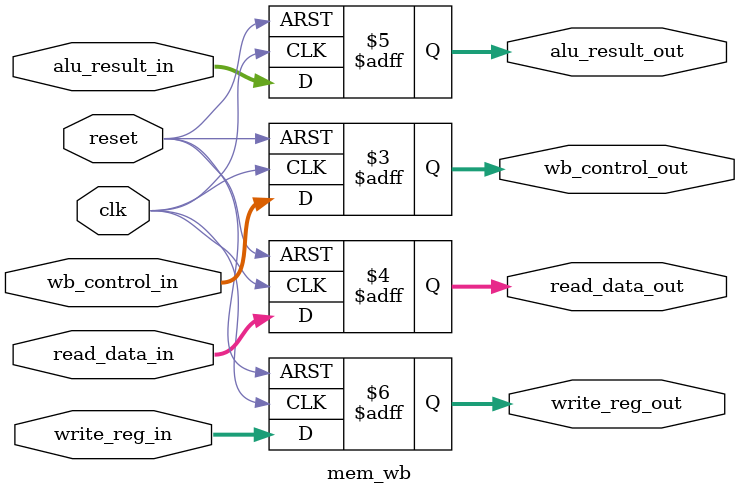
<source format=v>
`timescale 1ns / 1ps

module mem_wb(
    input wire clk,
    input wire reset,
    
    // Inputs from EX/MEM stage
    input wire [1:0] wb_control_in,      
    input wire [31:0] read_data_in,      
    input wire [31:0] alu_result_in,      
    input wire [4:0] write_reg_in,       
    
    // Outputs to WB stage
    output reg [1:0] wb_control_out,     
    output reg [31:0] read_data_out,      
    output reg [31:0] alu_result_out,   
    output reg [4:0] write_reg_out       
);

    initial begin
        wb_control_out = 2'b0;
        read_data_out = 32'b0;
        alu_result_out = 32'b0;
        write_reg_out = 5'b0;
    end

    always @(posedge clk or posedge reset) begin
        if (reset) begin
            wb_control_out <= 2'b0;
            read_data_out <= 32'b0;
            alu_result_out <= 32'b0;
            write_reg_out <= 5'b0;
        end else begin
            wb_control_out <= wb_control_in;
            read_data_out <= read_data_in;
            alu_result_out <= alu_result_in;
            write_reg_out <= write_reg_in;
        end
    end

endmodule

</source>
